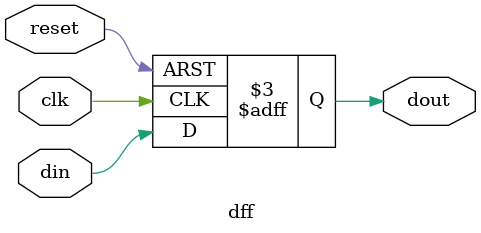
<source format=sv>
module dff(clk,reset,din,dout);
input clk,reset,din;
output dout;
logic dout;

always@(posedge clk,negedge reset)
if(!reset)
dout <= 0;
else
dout <= din;
endmodule
</source>
